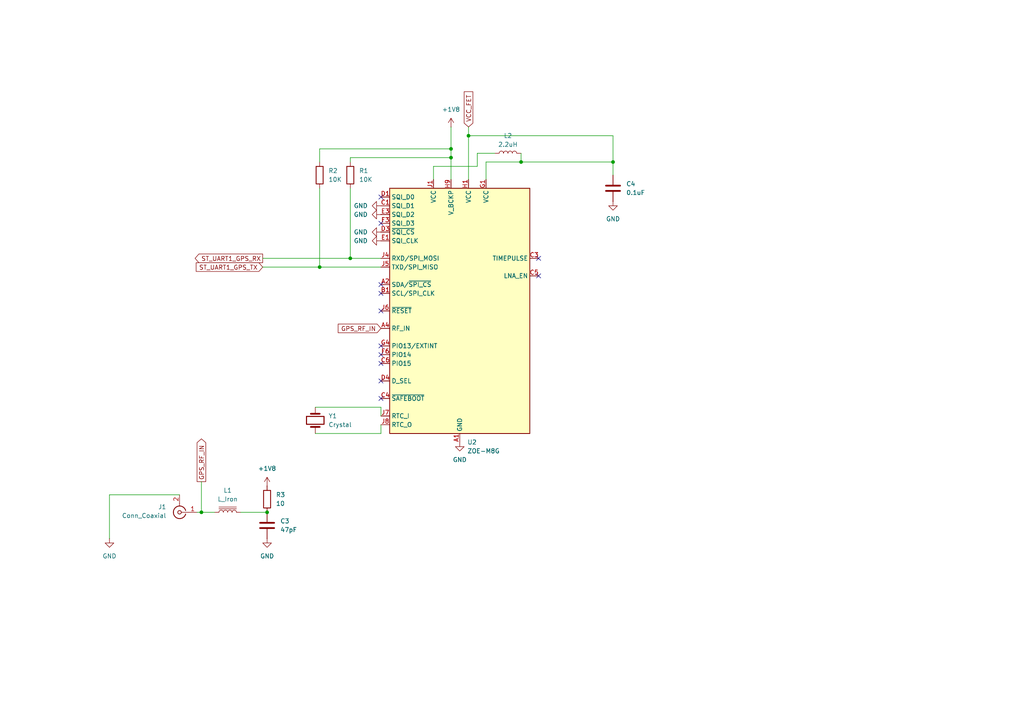
<source format=kicad_sch>
(kicad_sch (version 20231120) (generator "eeschema") (generator_version "8.0")
  (paper "A4")
  (lib_symbols
    (symbol "Connector:Conn_Coaxial" (pin_names (offset 1.016) hide)
      (property "Reference" "J" (at 0.254 3.048 0))
      (property "Value" "Conn_Coaxial" (at 2.921 0 90))
      (symbol "Conn_Coaxial_0_1"
        (arc (start -1.778 -0.508) (mid 0.2311 -1.8066) (end 1.778 0) (stroke (width 0.254)))
        (polyline (pts (xy -2.54 0) (xy -0.508 0)))
        (polyline (pts (xy 0 -2.54) (xy 0 -1.778)))
        (circle (center 0 0) (radius 0.508) (stroke (width 0.2032)))
        (arc (start 1.778 0) (mid 0.2099 1.8101) (end -1.778 0.508) (stroke (width 0.254)))
      )
      (symbol "Conn_Coaxial_1_1"
        (pin passive line (at -5.08 0 0) (length 2.54) (name "In") (number "1"))
        (pin passive line (at 0 -5.08 90) (length 2.54) (name "Ext") (number "2"))
      )
    )
    (symbol "Device:C" (pin_numbers hide) (pin_names (offset 0.254))
      (property "Reference" "C" (at 0.635 2.54 0))
      (property "Value" "C" (at 0.635 -2.54 0))
      (symbol "C_0_1"
        (polyline (pts (xy -2.032 -0.762) (xy 2.032 -0.762)) (stroke (width 0.508)))
        (polyline (pts (xy -2.032 0.762) (xy 2.032 0.762)) (stroke (width 0.508)))
      )
      (symbol "C_1_1"
        (pin passive line (at 0 3.81 270) (length 2.794) (name "~") (number "1"))
        (pin passive line (at 0 -3.81 90) (length 2.794) (name "~") (number "2"))
      )
    )
    (symbol "Device:Crystal" (pin_numbers hide) (pin_names (offset 1.016) hide)
      (property "Reference" "Y" (at 0 3.81 0))
      (property "Value" "Crystal" (at 0 -3.81 0))
      (symbol "Crystal_0_1"
        (rectangle (start -1.143 2.54) (end 1.143 -2.54) (stroke (width 0.3048)))
        (polyline (pts (xy -2.54 0) (xy -1.905 0)))
        (polyline (pts (xy -1.905 -1.27) (xy -1.905 1.27)) (stroke (width 0.508)))
        (polyline (pts (xy 1.905 -1.27) (xy 1.905 1.27)) (stroke (width 0.508)))
        (polyline (pts (xy 2.54 0) (xy 1.905 0)))
      )
      (symbol "Crystal_1_1"
        (pin passive line (at -3.81 0 0) (length 1.27) (name "1") (number "1"))
        (pin passive line (at 3.81 0 180) (length 1.27) (name "2") (number "2"))
      )
    )
    (symbol "Device:L" (pin_numbers hide) (pin_names (offset 1.016) hide)
      (property "Reference" "L" (at -1.27 0 90))
      (property "Value" "L" (at 1.905 0 90))
      (symbol "L_0_1"
        (arc (start 0 -2.54) (mid 0.6323 -1.905) (end 0 -1.27))
        (arc (start 0 -1.27) (mid 0.6323 -0.635) (end 0 0))
        (arc (start 0 0) (mid 0.6323 0.635) (end 0 1.27))
        (arc (start 0 1.27) (mid 0.6323 1.905) (end 0 2.54))
      )
      (symbol "L_1_1"
        (pin passive line (at 0 3.81 270) (length 1.27) (name "1") (number "1"))
        (pin passive line (at 0 -3.81 90) (length 1.27) (name "2") (number "2"))
      )
    )
    (symbol "Device:L_Iron" (pin_numbers hide) (pin_names (offset 1.016) hide)
      (property "Reference" "L" (at -1.27 0 90))
      (property "Value" "L_Iron" (at 2.794 0 90))
      (symbol "L_Iron_0_1"
        (arc (start 0 -2.54) (mid 0.6323 -1.905) (end 0 -1.27))
        (arc (start 0 -1.27) (mid 0.6323 -0.635) (end 0 0))
        (polyline (pts (xy 1.016 2.54) (xy 1.016 -2.54)))
        (polyline (pts (xy 1.524 -2.54) (xy 1.524 2.54)))
        (arc (start 0 0) (mid 0.6323 0.635) (end 0 1.27))
        (arc (start 0 1.27) (mid 0.6323 1.905) (end 0 2.54))
      )
      (symbol "L_Iron_1_1"
        (pin passive line (at 0 3.81 270) (length 1.27) (name "1") (number "1"))
        (pin passive line (at 0 -3.81 90) (length 1.27) (name "2") (number "2"))
      )
    )
    (symbol "Device:R" (pin_numbers hide) (pin_names (offset 0))
      (property "Reference" "R" (at 2.032 0 90))
      (property "Value" "R" (at 0 0 90))
      (symbol "R_0_1"
        (rectangle (start -1.016 -2.54) (end 1.016 2.54) (stroke (width 0.254)))
      )
      (symbol "R_1_1"
        (pin passive line (at 0 3.81 270) (length 1.27) (name "~") (number "1"))
        (pin passive line (at 0 -3.81 90) (length 1.27) (name "~") (number "2"))
      )
    )
    (symbol "RF_GPS:ZOE-M8G"
      (property "Reference" "U" (at -19.05 39.37 0))
      (property "Value" "ZOE-M8G" (at -19.05 36.83 0))
      (symbol "ZOE-M8G_1_1"
        (rectangle (start -20.32 35.56) (end 20.32 -35.56) (stroke (width 0.254)) (fill (type background)))
        (pin power_in line (at 0 -38.1 90) (length 2.54) (name "GND") (number "A1"))
        (pin bidirectional line (at -22.86 7.62 0) (length 2.54) (name "SDA/~{SPI_CS}") (number "A2"))
        (pin passive line (at 0 -38.1 90) (length 2.54) hide (name "GND") (number "A3"))
        (pin input line (at -22.86 -5.08 0) (length 2.54) (name "RF_IN") (number "A4"))
        (pin passive line (at 0 -38.1 90) (length 2.54) hide (name "GND") (number "A5"))
        (pin no_connect line (at 20.32 0 180) (length 2.54) hide (name "Reserved") (number "A6"))
        (pin passive line (at 0 -38.1 90) (length 2.54) hide (name "GND") (number "A7"))
        (pin passive line (at 0 -38.1 90) (length 2.54) hide (name "GND") (number "A8"))
        (pin passive line (at 0 -38.1 90) (length 2.54) hide (name "GND") (number "A9"))
        (pin input line (at -22.86 5.08 0) (length 2.54) (name "SCL/SPI_CLK") (number "B1"))
        (pin passive line (at 0 -38.1 90) (length 2.54) hide (name "GND") (number "B9"))
        (pin input line (at -22.86 30.48 0) (length 2.54) (name "SQI_D1") (number "C1"))
        (pin output line (at 22.86 15.24 180) (length 2.54) (name "TIMEPULSE") (number "C3"))
        (pin input line (at -22.86 -25.4 0) (length 2.54) (name "~{SAFEBOOT}") (number "C4"))
        (pin output line (at 22.86 10.16 180) (length 2.54) (name "LNA_EN") (number "C5"))
        (pin bidirectional line (at -22.86 -15.24 0) (length 2.54) (name "PIO15") (number "C6"))
        (pin passive line (at 0 -38.1 90) (length 2.54) hide (name "GND") (number "C7"))
        (pin passive line (at 0 -38.1 90) (length 2.54) hide (name "GND") (number "C9"))
        (pin bidirectional line (at -22.86 33.02 0) (length 2.54) (name "SQI_D0") (number "D1"))
        (pin bidirectional line (at -22.86 22.86 0) (length 2.54) (name "~{SQI_CS}") (number "D3"))
        (pin input line (at -22.86 -20.32 0) (length 2.54) (name "D_SEL") (number "D4"))
        (pin passive line (at 0 -38.1 90) (length 2.54) hide (name "GND") (number "D6"))
        (pin passive line (at 0 -38.1 90) (length 2.54) hide (name "GND") (number "D9"))
        (pin bidirectional line (at -22.86 20.32 0) (length 2.54) (name "SQI_CLK") (number "E1"))
        (pin bidirectional line (at -22.86 27.94 0) (length 2.54) (name "SQI_D2") (number "E3"))
        (pin passive line (at 0 -38.1 90) (length 2.54) hide (name "GND") (number "E7"))
        (pin no_connect line (at 20.32 -5.08 180) (length 2.54) hide (name "Reserved") (number "E9"))
        (pin no_connect line (at 20.32 -10.16 180) (length 2.54) hide (name "Reserved") (number "F1"))
        (pin bidirectional line (at -22.86 25.4 0) (length 2.54) (name "SQI_D3") (number "F3"))
        (pin no_connect line (at 20.32 -15.24 180) (length 2.54) hide (name "Reserved") (number "F4"))
        (pin bidirectional line (at -22.86 -12.7 0) (length 2.54) (name "PIO14") (number "F6"))
        (pin passive line (at 0 -38.1 90) (length 2.54) hide (name "GND") (number "F7"))
        (pin no_connect line (at 20.32 -20.32 180) (length 2.54) hide (name "Reserved") (number "F9"))
        (pin power_in line (at 7.62 38.1 270) (length 2.54) (name "VCC") (number "G1"))
        (pin passive line (at 0 -38.1 90) (length 2.54) hide (name "GND") (number "G3"))
        (pin input line (at -22.86 -10.16 0) (length 2.54) (name "PIO13/EXTINT") (number "G4"))
        (pin no_connect line (at 20.32 -25.4 180) (length 2.54) hide (name "Reserved") (number "G5"))
        (pin passive line (at 0 -38.1 90) (length 2.54) hide (name "GND") (number "G6"))
        (pin passive line (at 0 -38.1 90) (length 2.54) hide (name "GND") (number "G7"))
        (pin no_connect line (at 20.32 -30.48 180) (length 2.54) hide (name "Reserved") (number "G9"))
        (pin power_in line (at 2.54 38.1 270) (length 2.54) (name "VCC") (number "H1"))
        (pin power_in line (at -2.54 38.1 270) (length 2.54) (name "V_BCKP") (number "H9"))
        (pin power_in line (at -7.62 38.1 270) (length 2.54) (name "VCC") (number "J1"))
        (pin passive line (at -7.62 38.1 270) (length 2.54) hide (name "VCC") (number "J2"))
        (pin passive line (at 0 -38.1 90) (length 2.54) hide (name "GND") (number "J3"))
        (pin input line (at -22.86 15.24 0) (length 2.54) (name "RXD/SPI_MOSI") (number "J4"))
        (pin output line (at -22.86 12.7 0) (length 2.54) (name "TXD/SPI_MISO") (number "J5"))
        (pin input line (at -22.86 0 0) (length 2.54) (name "~{RESET}") (number "J6"))
        (pin input line (at -22.86 -30.48 0) (length 2.54) (name "RTC_I") (number "J7"))
        (pin output line (at -22.86 -33.02 0) (length 2.54) (name "RTC_O") (number "J8"))
        (pin passive line (at 0 -38.1 90) (length 2.54) hide (name "GND") (number "J9"))
      )
    )
    (symbol "power:+1V8" (power) (pin_numbers hide) (pin_names (offset 0) hide)
      (property "Value" "+1V8" (at 0 3.556 0))
      (symbol "+1V8_0_1"
        (polyline (pts (xy -0.762 1.27) (xy 0 2.54)))
        (polyline (pts (xy 0 0) (xy 0 2.54)))
        (polyline (pts (xy 0 2.54) (xy 0.762 1.27)))
      )
      (symbol "+1V8_1_1"
        (pin power_in line (at 0 0 90) (length 0) (name "~") (number "1"))
      )
    )
    (symbol "power:GND" (power) (pin_numbers hide) (pin_names (offset 0) hide)
      (property "Value" "GND" (at 0 -3.81 0))
      (symbol "GND_0_1"
        (polyline (pts (xy 0 0) (xy 0 -1.27) (xy 1.27 -1.27) (xy 0 -2.54) (xy -1.27 -1.27) (xy 0 -1.27)))
      )
      (symbol "GND_1_1"
        (pin power_in line (at 0 0 270) (length 0) (name "~") (number "1"))
      )
    )
  )
  (junction (at 77.47 148.59))
  (junction (at 130.81 45.72))
  (junction (at 101.6 74.93))
  (junction (at 58.42 148.59))
  (junction (at 151.13 46.99))
  (junction (at 130.81 43.18))
  (junction (at 177.8 46.99))
  (junction (at 92.71 77.47))
  (junction (at 135.89 39.37))
  (no_connect (at 110.49 100.33))
  (no_connect (at 110.49 90.17))
  (no_connect (at 156.21 80.01))
  (no_connect (at 110.49 57.15))
  (no_connect (at 110.49 102.87))
  (no_connect (at 110.49 64.77))
  (no_connect (at 110.49 82.55))
  (no_connect (at 110.49 115.57))
  (no_connect (at 110.49 105.41))
  (no_connect (at 110.49 85.09))
  (no_connect (at 156.21 74.93))
  (no_connect (at 110.49 110.49))
  (wire (pts (xy 101.6 45.72) (xy 130.81 45.72)))
  (wire (pts (xy 76.2 77.47) (xy 92.71 77.47)))
  (wire (pts (xy 125.73 48.26) (xy 138.43 48.26)))
  (wire (pts (xy 130.81 36.83) (xy 130.81 43.18)))
  (wire (pts (xy 52.07 143.51) (xy 31.75 143.51)))
  (wire (pts (xy 58.42 148.59) (xy 62.23 148.59)))
  (wire (pts (xy 135.89 39.37) (xy 135.89 52.07)))
  (wire (pts (xy 58.42 139.7) (xy 58.42 148.59)))
  (wire (pts (xy 177.8 46.99) (xy 177.8 39.37)))
  (wire (pts (xy 151.13 44.45) (xy 151.13 46.99)))
  (wire (pts (xy 31.75 143.51) (xy 31.75 156.21)))
  (wire (pts (xy 92.71 77.47) (xy 110.49 77.47)))
  (wire (pts (xy 138.43 44.45) (xy 143.51 44.45)))
  (wire (pts (xy 110.49 118.11) (xy 91.44 118.11)))
  (wire (pts (xy 138.43 48.26) (xy 138.43 44.45)))
  (wire (pts (xy 101.6 74.93) (xy 110.49 74.93)))
  (wire (pts (xy 92.71 43.18) (xy 130.81 43.18)))
  (wire (pts (xy 135.89 36.83) (xy 135.89 39.37)))
  (wire (pts (xy 177.8 39.37) (xy 135.89 39.37)))
  (wire (pts (xy 110.49 125.73) (xy 91.44 125.73)))
  (wire (pts (xy 140.97 52.07) (xy 140.97 46.99)))
  (wire (pts (xy 140.97 46.99) (xy 151.13 46.99)))
  (wire (pts (xy 110.49 123.19) (xy 110.49 125.73)))
  (wire (pts (xy 76.2 74.93) (xy 101.6 74.93)))
  (wire (pts (xy 110.49 120.65) (xy 110.49 118.11)))
  (wire (pts (xy 151.13 46.99) (xy 177.8 46.99)))
  (wire (pts (xy 101.6 45.72) (xy 101.6 46.99)))
  (wire (pts (xy 125.73 52.07) (xy 125.73 48.26)))
  (wire (pts (xy 177.8 50.8) (xy 177.8 46.99)))
  (wire (pts (xy 57.15 148.59) (xy 58.42 148.59)))
  (wire (pts (xy 130.81 45.72) (xy 130.81 52.07)))
  (wire (pts (xy 130.81 43.18) (xy 130.81 45.72)))
  (wire (pts (xy 77.47 148.59) (xy 69.85 148.59)))
  (wire (pts (xy 92.71 54.61) (xy 92.71 77.47)))
  (wire (pts (xy 101.6 54.61) (xy 101.6 74.93)))
  (wire (pts (xy 92.71 46.99) (xy 92.71 43.18)))
  (global_label "GPS_RF_IN" (shape output) (at 58.42 139.7 90) (property "Intersheetrefs" "${INTERSHEET_REFS}" (effects (hide yes))))
  (global_label "ST_UART1_GPS_RX" (shape output) (at 76.2 74.93 180) (property "Intersheetrefs" "${INTERSHEET_REFS}" (effects (hide yes))))
  (global_label "ST_UART1_GPS_TX" (shape input) (at 76.2 77.47 180) (property "Intersheetrefs" "${INTERSHEET_REFS}" (effects (hide yes))))
  (global_label "VCC_FET" (shape input) (at 135.89 36.83 90) (property "Intersheetrefs" "${INTERSHEET_REFS}" (effects (hide yes))))
  (global_label "GPS_RF_IN" (shape input) (at 110.49 95.25 180) (property "Intersheetrefs" "${INTERSHEET_REFS}" (effects (hide yes))))
  (symbol (lib_id "power:GND") (at 31.75 156.21 0) (unit 1)
    (property "Reference" "#PWR07" (effects (hide yes)))
    (property "Value" "GND" (at 31.75 161.29 0))
    (property "Description" "Power symbol creates a global label with name \"GND\" , ground" (effects (hide yes)))
  )
  (symbol (lib_id "Device:Crystal") (at 91.44 121.92 90) (unit 1)
    (property "Reference" "Y1" (at 95.25 120.6499 90) (effects (justify right)))
    (property "Value" "Crystal" (at 95.25 123.1899 90) (effects (justify right)))
    (property "Footprint" "Crystal:Crystal_SMD_MicroCrystal_CM9V-T1A-2Pin_1.6x1.0mm_HandSoldering" (effects (hide yes)))
    (property "Description" "Two pin crystal" (effects (hide yes)))
  )
  (symbol (lib_id "power:GND") (at 133.35 128.27 0) (unit 1)
    (property "Reference" "#PWR090" (effects (hide yes)))
    (property "Value" "GND" (at 133.35 133.35 0))
    (property "Description" "Power symbol creates a global label with name \"GND\" , ground" (effects (hide yes)))
  )
  (symbol (lib_id "Device:L_Iron") (at 66.04 148.59 90) (unit 1)
    (property "Reference" "L1" (at 66.04 142.24 90))
    (property "Value" "L_Iron" (at 66.04 144.78 90))
    (property "Footprint" "Inductor_SMD:L_0402_1005Metric_Pad0.77x0.64mm_HandSolder" (effects (hide yes)))
    (property "Description" "Inductor with iron core" (effects (hide yes)))
  )
  (symbol (lib_id "Device:L") (at 147.32 44.45 90) (unit 1)
    (property "Reference" "L2" (at 147.32 39.37 90))
    (property "Value" "2.2uH" (at 147.32 41.91 90))
    (property "Footprint" "Inductor_SMD:L_0402_1005Metric_Pad0.77x0.64mm_HandSolder" (effects (hide yes)))
    (property "Description" "Inductor" (effects (hide yes)))
  )
  (symbol (lib_id "power:GND") (at 77.47 156.21 0) (unit 1)
    (property "Reference" "#PWR08" (effects (hide yes)))
    (property "Value" "GND" (at 77.47 161.29 0))
    (property "Description" "Power symbol creates a global label with name \"GND\" , ground" (effects (hide yes)))
  )
  (symbol (lib_id "Device:C") (at 177.8 54.61 0) (unit 1)
    (property "Reference" "C4" (at 181.61 53.3399 0) (effects (justify left)))
    (property "Value" "0.1uF" (at 181.61 55.8799 0) (effects (justify left)))
    (property "Footprint" "Capacitor_SMD:C_01005_0402Metric_Pad0.57x0.30mm_HandSolder" (effects (hide yes)))
    (property "Description" "Unpolarized capacitor" (effects (hide yes)))
  )
  (symbol (lib_id "Device:C") (at 77.47 152.4 0) (unit 1)
    (property "Reference" "C3" (at 81.28 151.1299 0) (effects (justify left)))
    (property "Value" "47pF" (at 81.28 153.6699 0) (effects (justify left)))
    (property "Footprint" "Capacitor_SMD:C_01005_0402Metric_Pad0.57x0.30mm_HandSolder" (effects (hide yes)))
    (property "Description" "Unpolarized capacitor" (effects (hide yes)))
  )
  (symbol (lib_id "Device:R") (at 92.71 50.8 0) (unit 1)
    (property "Reference" "R2" (at 95.25 49.5299 0) (effects (justify left)))
    (property "Value" "10K" (at 95.25 52.0699 0) (effects (justify left)))
    (property "Footprint" "Resistor_SMD:R_0201_0603Metric_Pad0.64x0.40mm_HandSolder" (effects (hide yes)))
    (property "Description" "Resistor" (effects (hide yes)))
  )
  (symbol (lib_id "RF_GPS:ZOE-M8G") (at 133.35 90.17 0) (unit 1)
    (property "Reference" "U2" (at 135.5441 128.27 0) (effects (justify left)))
    (property "Value" "ZOE-M8G" (at 135.5441 130.81 0) (effects (justify left)))
    (property "Footprint" "RF_GPS:ublox_ZOE_M8" (effects (hide yes)))
    (property "Datasheet" "https://content.u-blox.com/sites/default/files/ZOE-M8_HIM_UBX-16030136.pdf" (effects (hide yes)))
    (property "Description" "ultra small GNSS  module IC, SiP" (effects (hide yes)))
  )
  (symbol (lib_id "Device:R") (at 77.47 144.78 0) (unit 1)
    (property "Reference" "R3" (at 80.01 143.5099 0) (effects (justify left)))
    (property "Value" "10" (at 80.01 146.0499 0) (effects (justify left)))
    (property "Footprint" "Resistor_SMD:R_0201_0603Metric_Pad0.64x0.40mm_HandSolder" (effects (hide yes)))
    (property "Description" "Resistor" (effects (hide yes)))
  )
  (symbol (lib_id "power:GND") (at 110.49 67.31 270) (unit 1)
    (property "Reference" "#PWR02" (effects (hide yes)))
    (property "Value" "GND" (at 106.68 67.3099 90) (effects (justify right)))
    (property "Description" "Power symbol creates a global label with name \"GND\" , ground" (effects (hide yes)))
  )
  (symbol (lib_id "Connector:Conn_Coaxial") (at 52.07 148.59 180) (unit 1)
    (property "Reference" "J1" (at 48.26 147.0267 0) (effects (justify left)))
    (property "Value" "Conn_Coaxial" (at 48.26 149.5667 0) (effects (justify left)))
    (property "Footprint" "Connector_Coaxial:U.FL_Hirose_U.FL-R-SMT-1_Vertical" (effects (hide yes)))
    (property "Description" "coaxial connector (BNC, SMA, SMB, SMC, Cinch/RCA, LEMO, ...)" (effects (hide yes)))
  )
  (symbol (lib_id "power:GND") (at 110.49 59.69 270) (unit 1)
    (property "Reference" "#PWR04" (effects (hide yes)))
    (property "Value" "GND" (at 106.68 59.6899 90) (effects (justify right)))
    (property "Description" "Power symbol creates a global label with name \"GND\" , ground" (effects (hide yes)))
  )
  (symbol (lib_id "power:GND") (at 177.8 58.42 0) (unit 1)
    (property "Reference" "#PWR020" (effects (hide yes)))
    (property "Value" "GND" (at 177.8 63.5 0))
    (property "Description" "Power symbol creates a global label with name \"GND\" , ground" (effects (hide yes)))
  )
  (symbol (lib_id "power:+1V8") (at 130.81 36.83 0) (unit 1)
    (property "Reference" "#PWR06" (effects (hide yes)))
    (property "Value" "+1V8" (at 130.81 31.75 0))
    (property "Description" "Power symbol creates a global label with name \"+1V8\"" (effects (hide yes)))
  )
  (symbol (lib_id "power:GND") (at 110.49 69.85 270) (unit 1)
    (property "Reference" "#PWR01" (effects (hide yes)))
    (property "Value" "GND" (at 106.68 69.8499 90) (effects (justify right)))
    (property "Description" "Power symbol creates a global label with name \"GND\" , ground" (effects (hide yes)))
  )
  (symbol (lib_id "Device:R") (at 101.6 50.8 0) (unit 1)
    (property "Reference" "R1" (at 104.14 49.5299 0) (effects (justify left)))
    (property "Value" "10K" (at 104.14 52.0699 0) (effects (justify left)))
    (property "Footprint" "Resistor_SMD:R_0201_0603Metric_Pad0.64x0.40mm_HandSolder" (effects (hide yes)))
    (property "Description" "Resistor" (effects (hide yes)))
  )
  (symbol (lib_id "power:+1V8") (at 77.47 140.97 0) (unit 1)
    (property "Reference" "#PWR09" (effects (hide yes)))
    (property "Value" "+1V8" (at 77.47 135.89 0))
    (property "Description" "Power symbol creates a global label with name \"+1V8\"" (effects (hide yes)))
  )
  (symbol (lib_id "power:GND") (at 110.49 62.23 270) (unit 1)
    (property "Reference" "#PWR03" (effects (hide yes)))
    (property "Value" "GND" (at 106.68 62.2299 90) (effects (justify right)))
    (property "Description" "Power symbol creates a global label with name \"GND\" , ground" (effects (hide yes)))
  )
)
</source>
